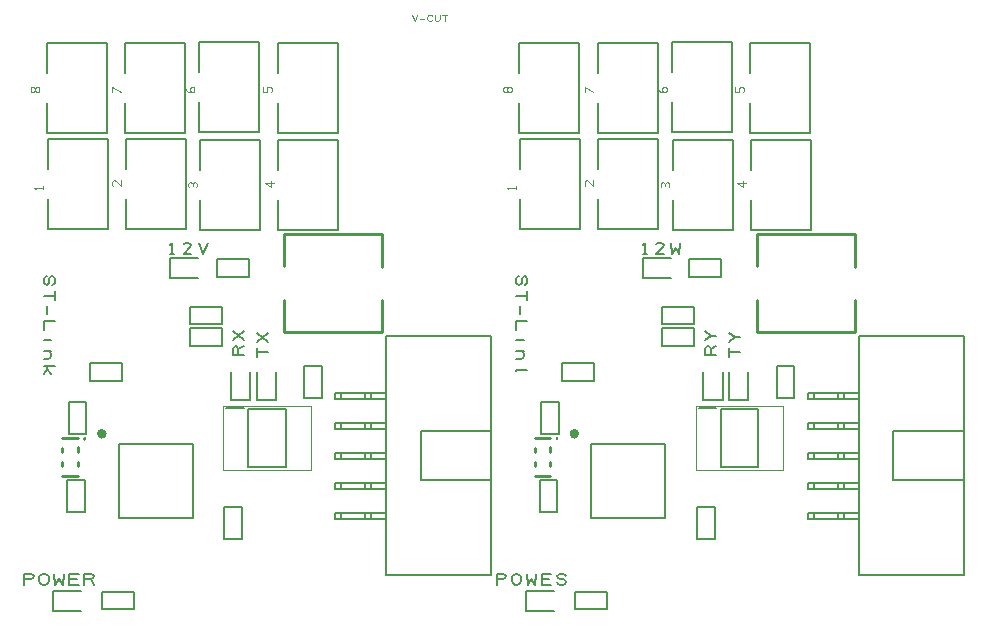
<source format=gto>
G04 EasyPC Gerber Version 21.0.3 Build 4286 *
G04 #@! TF.Part,Single*
G04 #@! TF.FileFunction,Legend,Top *
G04 #@! TF.FilePolarity,Positive *
%FSLAX45Y45*%
%MOIN*%
%ADD19C,0.00100*%
%ADD21C,0.00197*%
%ADD18C,0.00276*%
%ADD70C,0.00500*%
%ADD20C,0.00787*%
%ADD71C,0.01000*%
%ADD22C,0.01575*%
X0Y0D02*
D02*
D18*
X46087Y188030D02*
Y188522D01*
X45841Y189014*
X45349Y189260*
X44857Y189014*
X44611Y188522*
Y188030*
X44857Y187537*
X45349Y187291*
X45841Y187537*
X46087Y188030*
X46333Y187537*
X46825Y187291*
X47317Y187537*
X47563Y188030*
Y188522*
X47317Y189014*
X46825Y189260*
X46333Y189014*
X46087Y188522*
X48853Y155008D02*
Y155992D01*
Y155500D02*
X45900D01*
X46392Y155008*
X74748Y158059D02*
Y156091D01*
X73026Y157813*
X72534Y158059*
X72042Y157813*
X71796Y157321*
Y156583*
X72042Y156091*
X74748Y187291D02*
X71796Y189260D01*
Y187291*
X98489D02*
X97996Y187537D01*
X97750Y188030*
Y188522*
X97996Y189014*
X98489Y189260*
X98981Y189014*
X99227Y188522*
Y188030*
X98981Y187537*
X98489Y187291*
X97750*
X97012Y187537*
X96520Y188030*
X96274Y188522*
X99837Y155618D02*
X100083Y156110D01*
Y156602*
X99837Y157094*
X99345Y157341*
X98853Y157094*
X98607Y156602*
Y156110*
Y156602D02*
X98361Y157094D01*
X97869Y157341*
X97376Y157094*
X97130Y156602*
Y156110*
X97376Y155618*
X124739Y187291D02*
X124985Y187783D01*
Y188522*
X124739Y189014*
X124246Y189260*
X124000*
X123508Y189014*
X123262Y188522*
Y187291*
X122032*
Y189260*
X125703Y157026D02*
X122750D01*
X124719Y155795*
Y157764*
X203567Y188030D02*
Y188522D01*
X203321Y189014*
X202829Y189260*
X202337Y189014*
X202091Y188522*
Y188030*
X202337Y187537*
X202829Y187291*
X203321Y187537*
X203567Y188030*
X203813Y187537*
X204306Y187291*
X204798Y187537*
X205044Y188030*
Y188522*
X204798Y189014*
X204306Y189260*
X203813Y189014*
X203567Y188522*
X206333Y155008D02*
Y155992D01*
Y155500D02*
X203380D01*
X203872Y155008*
X232229Y158059D02*
Y156091D01*
X230506Y157813*
X230014Y158059*
X229522Y157813*
X229276Y157321*
Y156583*
X229522Y156091*
X232229Y187291D02*
X229276Y189260D01*
Y187291*
X255969D02*
X255477Y187537D01*
X255231Y188030*
Y188522*
X255477Y189014*
X255969Y189260*
X256461Y189014*
X256707Y188522*
Y188030*
X256461Y187537*
X255969Y187291*
X255231*
X254493Y187537*
X254000Y188030*
X253754Y188522*
X257317Y155618D02*
X257563Y156110D01*
Y156602*
X257317Y157094*
X256825Y157341*
X256333Y157094*
X256087Y156602*
Y156110*
Y156602D02*
X255841Y157094D01*
X255349Y157341*
X254857Y157094*
X254611Y156602*
Y156110*
X254857Y155618*
X282219Y187291D02*
X282465Y187783D01*
Y188522*
X282219Y189014*
X281727Y189260*
X281481*
X280989Y189014*
X280743Y188522*
Y187291*
X279512*
Y189260*
X283183Y157026D02*
X280231D01*
X282199Y155795*
Y157764*
D02*
D19*
X171882Y213137D02*
X172663Y211263D01*
X173445Y213137*
X174382Y211887D02*
X175632D01*
X178445Y211575D02*
X178289Y211419D01*
X177976Y211263*
X177507*
X177195Y211419*
X177039Y211575*
X176882Y211887*
Y212513*
X177039Y212825*
X177195Y212981*
X177507Y213137*
X177976*
X178289Y212981*
X178445Y212825*
X179382Y213137D02*
Y211731D01*
X179539Y211419*
X179851Y211263*
X180476*
X180789Y211419*
X180945Y211731*
Y213137*
X182663Y211263D02*
Y213137D01*
X181882D02*
X183445D01*
D02*
D70*
X42514Y23160D02*
Y26910D01*
X44702*
X45327Y26598*
X45639Y25972*
X45327Y25348*
X44702Y25035*
X42514*
X47514Y24410D02*
Y25660D01*
X47827Y26285*
X48139Y26598*
X48764Y26910*
X49389*
X50014Y26598*
X50327Y26285*
X50639Y25660*
Y24410*
X50327Y23785*
X50014Y23472*
X49389Y23160*
X48764*
X48139Y23472*
X47827Y23785*
X47514Y24410*
X52514Y26910D02*
X52827Y23160D01*
X54077Y25035*
X55327Y23160*
X55639Y26910*
X57514Y23160D02*
Y26910D01*
X60639*
X60014Y25035D02*
X57514D01*
Y23160D02*
X60639D01*
X62514D02*
Y26910D01*
X64702*
X65327Y26598*
X65639Y25972*
X65327Y25348*
X64702Y25035*
X62514*
X64702D02*
X65639Y23160D01*
X49931Y126100D02*
X49306Y125788D01*
X48993Y125163*
Y123913*
X49306Y123288*
X49931Y122975*
X50556Y123288*
X50868Y123913*
Y125163*
X51181Y125788*
X51806Y126100*
X52431Y125788*
X52743Y125163*
Y123913*
X52431Y123288*
X51806Y122975*
X48993Y119538D02*
X52743D01*
Y121100D02*
Y117975D01*
X50243Y116100D02*
Y113600D01*
X52743Y111100D02*
X48993D01*
Y107975*
Y104850D02*
X51493D01*
X52431D02*
X48993Y101100*
X51493D01*
X50556D02*
X51181Y100788D01*
X51493Y100163*
Y99538*
X51181Y98913*
X50556Y98600*
X48993*
Y96100D02*
X52743D01*
X50243D02*
Y95163D01*
X51493Y93600*
X50243Y95163D02*
X48993Y93600D01*
X50093Y183853D02*
Y173853D01*
X70093*
Y203853*
X50093*
Y193853*
X50388Y151602D02*
Y141602D01*
X70388*
Y171602*
X50388*
Y161602*
X57312Y84082D02*
Y73420D01*
X63249*
Y84082*
X57312*
X62766Y47433D02*
Y58094D01*
X56829*
Y47433*
X62766*
X68493Y14975D02*
X79154D01*
Y20912*
X68493*
Y14975*
X75096Y96946D02*
X64435D01*
Y91009*
X75096*
Y96946*
X76115Y183853D02*
Y173853D01*
X96115*
Y203853*
X76115*
Y193853*
X76294Y151646D02*
Y141646D01*
X96294*
Y171646*
X76294*
Y161646*
X91250Y133455D02*
X92500D01*
X91874D02*
Y137205D01*
X91250Y136580*
X98124Y133455D02*
X95624D01*
X97812Y135643*
X98124Y136268*
X97812Y136893*
X97187Y137205*
X96250*
X95624Y136893*
X100624Y137205D02*
X102187Y133455D01*
X103750Y137205*
X100821Y184228D02*
Y174228D01*
X120821*
Y204228*
X100821*
Y194228*
X101215Y151521D02*
Y141521D01*
X121215*
Y171521*
X101215*
Y161521*
X106770Y125770D02*
X117431D01*
Y131707*
X106770*
Y125770*
X108416Y115890D02*
X97754D01*
Y109953*
X108416*
Y115890*
X108426Y108734D02*
X97764D01*
Y102797*
X108426*
Y108734*
X109235Y49233D02*
Y38572D01*
X115172*
Y49233*
X109235*
X115750Y99632D02*
X112000D01*
Y101819*
X112312Y102444*
X112937Y102757*
X113562Y102444*
X113875Y101819*
Y99632*
Y101819D02*
X115750Y102757D01*
Y104632D02*
X112000Y107757D01*
Y104632D02*
X115750Y107757D01*
X123728Y100692D02*
X119978D01*
Y99130D02*
Y102255D01*
X123728Y104130D02*
X119978Y107255D01*
Y104130D02*
X123728Y107255D01*
X127034Y183728D02*
Y173728D01*
X147034*
Y203728*
X127034*
Y193728*
X127219Y151396D02*
Y141396D01*
X147219*
Y171396*
X127219*
Y161396*
X141723Y85553D02*
Y96215D01*
X135786*
Y85553*
X141723*
X146194Y45234D02*
X163202D01*
X146194D02*
X148162D01*
Y47202*
X146194*
Y45234*
Y47202D02*
X163202D01*
X146194Y55234D02*
X163202D01*
X146194D02*
X148162D01*
Y57202*
X146194*
Y55234*
Y57202D02*
X163202D01*
X146194Y65234D02*
X163202D01*
X146194D02*
X148162D01*
Y67203*
X146194*
Y65234*
Y67202D02*
X163202D01*
X146194Y75234D02*
X163202D01*
X146194D02*
X148162D01*
Y77203*
X146194*
Y75234*
Y77203D02*
X163202D01*
X146194Y85234D02*
X163202D01*
X146194D02*
X148162D01*
Y87203*
X146194*
Y85234*
Y87203D02*
X163202D01*
X148162Y45234D02*
X163202D01*
X148162Y47202D02*
X163202D01*
X148162Y55234D02*
X163202D01*
X148162Y57202D02*
X163202D01*
X148162Y65234D02*
X163202D01*
X148162Y67203D02*
X163202D01*
X148162Y75234D02*
X163202D01*
X148162Y77203D02*
X163202D01*
X148162Y85234D02*
X163202D01*
X148162Y87203D02*
X163202D01*
X156194Y45234D02*
X163202D01*
X156194D02*
X158162D01*
Y47202*
X156194*
Y45234*
Y47202D02*
X163202D01*
X156194Y55234D02*
X163202D01*
X156194D02*
X158162D01*
Y57202*
X156194*
Y55234*
Y57202D02*
X163202D01*
X156194Y65234D02*
X163202D01*
X156194D02*
X158162D01*
Y67202*
X156194*
Y65234*
Y67202D02*
X163202D01*
X156194Y75234D02*
X163202D01*
X156194D02*
X158162D01*
Y77203*
X156194*
Y75234*
Y77203D02*
X163202D01*
X156194Y85234D02*
X163202D01*
X156194D02*
X158162D01*
Y87203*
X156194*
Y85234*
Y87203D02*
X163202D01*
Y45234D02*
X158162D01*
X163202Y47202D02*
X158162D01*
X163202Y55234D02*
X158162D01*
X163202Y57202D02*
X158162D01*
X163202Y65234D02*
X158162D01*
X163202Y67202D02*
X158162D01*
X163202Y75234D02*
X158162D01*
X163202Y77203D02*
X158162D01*
X163202Y85234D02*
X158162D01*
X163202Y87203D02*
X158162D01*
X174619Y74289D02*
Y58147D01*
X198241*
Y26455*
X163202*
Y105982*
X198241Y105982*
Y74289*
X174619*
X198241Y31769D02*
Y100667D01*
X199994Y23160D02*
Y26910D01*
X202182*
X202807Y26598*
X203120Y25972*
X202807Y25348*
X202182Y25035*
X199994*
X204994Y24410D02*
Y25660D01*
X205307Y26285*
X205620Y26598*
X206244Y26910*
X206870*
X207494Y26598*
X207807Y26285*
X208120Y25660*
Y24410*
X207807Y23785*
X207494Y23472*
X206870Y23160*
X206244*
X205620Y23472*
X205307Y23785*
X204994Y24410*
X209994Y26910D02*
X210307Y23160D01*
X211557Y25035*
X212807Y23160*
X213120Y26910*
X214994Y23160D02*
Y26910D01*
X218120*
X217494Y25035D02*
X214994D01*
Y23160D02*
X218120D01*
X219994Y24098D02*
X220307Y23472D01*
X220932Y23160*
X222182*
X222807Y23472*
X223120Y24098*
X222807Y24722*
X222182Y25035*
X220932*
X220307Y25348*
X219994Y25972*
X220307Y26598*
X220932Y26910*
X222182*
X222807Y26598*
X223120Y25972*
X207411Y126100D02*
X206786Y125788D01*
X206473Y125163*
Y123913*
X206786Y123288*
X207411Y122975*
X208036Y123288*
X208348Y123913*
Y125163*
X208661Y125788*
X209286Y126100*
X209911Y125788*
X210223Y125163*
Y123913*
X209911Y123288*
X209286Y122975*
X206473Y119538D02*
X210223D01*
Y121100D02*
Y117975D01*
X207723Y116100D02*
Y113600D01*
X210223Y111100D02*
X206473D01*
Y107975*
Y104850D02*
X208973D01*
X209911D02*
X206473Y101100*
X208973D01*
X208036D02*
X208661Y100788D01*
X208973Y100163*
Y99538*
X208661Y98913*
X208036Y98600*
X206473*
Y94538D02*
Y94850D01*
X210223*
X207573Y183853D02*
Y173853D01*
X227573*
Y203853*
X207573*
Y193853*
X207869Y151602D02*
Y141602D01*
X227869*
Y171602*
X207869*
Y161602*
X214792Y84082D02*
Y73420D01*
X220729*
Y84082*
X214792*
X220246Y47433D02*
Y58094D01*
X214309*
Y47433*
X220246*
X225973Y14975D02*
X236634D01*
Y20912*
X225973*
Y14975*
X232576Y96946D02*
X221915D01*
Y91009*
X232576*
Y96946*
X233595Y183853D02*
Y173853D01*
X253595*
Y203853*
X233595*
Y193853*
X233774Y151646D02*
Y141646D01*
X253774*
Y171646*
X233774*
Y161646*
X248730Y133455D02*
X249980D01*
X249355D02*
Y137205D01*
X248730Y136580*
X255605Y133455D02*
X253105D01*
X255292Y135643*
X255605Y136268*
X255292Y136893*
X254667Y137205*
X253730*
X253105Y136893*
X258105Y137205D02*
X258417Y133455D01*
X259667Y135330*
X260917Y133455*
X261230Y137205*
X258302Y184228D02*
Y174228D01*
X278302*
Y204228*
X258302*
Y194228*
X258695Y151521D02*
Y141521D01*
X278695*
Y171521*
X258695*
Y161521*
X264250Y125770D02*
X274912D01*
Y131707*
X264250*
Y125770*
X265896Y115890D02*
X255235D01*
Y109953*
X265896*
Y115890*
X265906Y108734D02*
X255244D01*
Y102797*
X265906*
Y108734*
X266716Y49233D02*
Y38572D01*
X272653*
Y49233*
X266716*
X273230Y99632D02*
X269480D01*
Y101819*
X269793Y102444*
X270418Y102757*
X271043Y102444*
X271355Y101819*
Y99632*
Y101819D02*
X273230Y102757D01*
Y106194D02*
X271355D01*
X269480Y104632*
X271355Y106194D02*
X269480Y107757D01*
X281209Y100692D02*
X277459D01*
Y99130D02*
Y102255D01*
X281209Y105692D02*
X279333D01*
X277459Y104130*
X279333Y105692D02*
X277459Y107255D01*
X284515Y183728D02*
Y173728D01*
X304515*
Y203728*
X284515*
Y193728*
X284699Y151396D02*
Y141396D01*
X304699*
Y171396*
X284699*
Y161396*
X299203Y85553D02*
Y96215D01*
X293266*
Y85553*
X299203*
X303674Y45234D02*
X320682D01*
X303674D02*
X305643D01*
Y47202*
X303674*
Y45234*
Y47202D02*
X320682D01*
X303674Y55234D02*
X320682D01*
X303674D02*
X305643D01*
Y57202*
X303674*
Y55234*
Y57202D02*
X320682D01*
X303674Y65234D02*
X320682D01*
X303674D02*
X305643D01*
Y67203*
X303674*
Y65234*
Y67202D02*
X320682D01*
X303674Y75234D02*
X320682D01*
X303674D02*
X305643D01*
Y77203*
X303674*
Y75234*
Y77203D02*
X320682D01*
X303674Y85234D02*
X320682D01*
X303674D02*
X305643D01*
Y87203*
X303674*
Y85234*
Y87203D02*
X320682D01*
X305643Y45234D02*
X320682D01*
X305643Y47202D02*
X320682D01*
X305643Y55234D02*
X320682D01*
X305643Y57202D02*
X320682D01*
X305643Y65234D02*
X320682D01*
X305643Y67203D02*
X320682D01*
X305643Y75234D02*
X320682D01*
X305643Y77203D02*
X320682D01*
X305643Y85234D02*
X320682D01*
X305643Y87203D02*
X320682D01*
X313674Y45234D02*
X320682D01*
X313674D02*
X315643D01*
Y47202*
X313674*
Y45234*
Y47202D02*
X320682D01*
X313674Y55234D02*
X320682D01*
X313674D02*
X315643D01*
Y57202*
X313674*
Y55234*
Y57202D02*
X320682D01*
X313674Y65234D02*
X320682D01*
X313674D02*
X315643D01*
Y67202*
X313674*
Y65234*
Y67202D02*
X320682D01*
X313674Y75234D02*
X320682D01*
X313674D02*
X315643D01*
Y77203*
X313674*
Y75234*
Y77203D02*
X320682D01*
X313674Y85234D02*
X320682D01*
X313674D02*
X315643D01*
Y87203*
X313674*
Y85234*
Y87203D02*
X320682D01*
Y45234D02*
X315643D01*
X320682Y47202D02*
X315643D01*
X320682Y55234D02*
X315643D01*
X320682Y57202D02*
X315643D01*
X320682Y65234D02*
X315643D01*
X320682Y67202D02*
X315643D01*
X320682Y75234D02*
X315643D01*
X320682Y77203D02*
X315643D01*
X320682Y85234D02*
X315643D01*
X320682Y87203D02*
X315643D01*
X332099Y74289D02*
Y58147D01*
X355721*
Y26455*
X320682*
Y105982*
X355721Y105982*
Y74289*
X332099*
X355721Y31769D02*
Y100667D01*
D02*
D71*
X55225Y64130D02*
Y62638D01*
Y68854D02*
Y67362D01*
Y72071D02*
X60343D01*
Y59472D02*
X55225D01*
X60343Y64130D02*
Y62638D01*
Y68949D02*
Y67457D01*
X62619Y71728D02*
G75*
G02Y72091J181D01*
G01*
X129182Y129297D02*
Y139959D01*
X161859*
Y129211*
Y118093D02*
Y107281D01*
X129182*
Y118006*
X212706Y64130D02*
Y62638D01*
Y68854D02*
Y67362D01*
Y72071D02*
X217824D01*
Y59472D02*
X212706D01*
X217824Y64130D02*
Y62638D01*
Y68949D02*
Y67457D01*
X220099Y71728D02*
G75*
G02Y72091J181D01*
G01*
X286663Y129297D02*
Y139959D01*
X319340*
Y129211*
Y118093D02*
Y107281D01*
X286663*
Y118006*
D02*
D20*
X61491Y20970D02*
X52140D01*
Y14474*
X61491*
X73968Y70157D02*
X98771D01*
Y45354*
X73968*
Y70157*
X100467Y132075D02*
X91117D01*
Y125579*
X100467*
X109854Y82266D02*
X115759D01*
X111323Y94142D02*
Y84791D01*
X117819*
Y94142*
X117137Y81754D02*
X129735D01*
Y62463*
X117137*
Y81754*
X119926Y94014D02*
Y84663D01*
X126422*
Y94014*
X218971Y20970D02*
X209620D01*
Y14474*
X218971*
X231448Y70157D02*
X256252D01*
Y45354*
X231448*
Y70157*
X257947Y132075D02*
X248597D01*
Y125579*
X257947*
X267334Y82266D02*
X273239D01*
X268804Y94142D02*
Y84791D01*
X275300*
Y94142*
X274617Y81754D02*
X287216D01*
Y62463*
X274617*
Y81754*
X277406Y94014D02*
Y84663D01*
X283902*
Y94014*
D02*
D21*
X108869Y82738D02*
X138003D01*
Y61478*
X108869*
Y82738*
X266350D02*
X295483D01*
Y61478*
X266350*
Y82738*
D02*
D22*
X69145Y73504D02*
G75*
G02X67570I-787D01*
G01*
X69145D02*
G75*
G02X67570I-787D01*
G01*
G75*
G02X69145I787*
G01*
X226626D02*
G75*
G02X225051I-787D01*
G01*
X226626D02*
G75*
G02X225051I-787D01*
G01*
G75*
G02X226626I787*
G01*
X0Y0D02*
M02*

</source>
